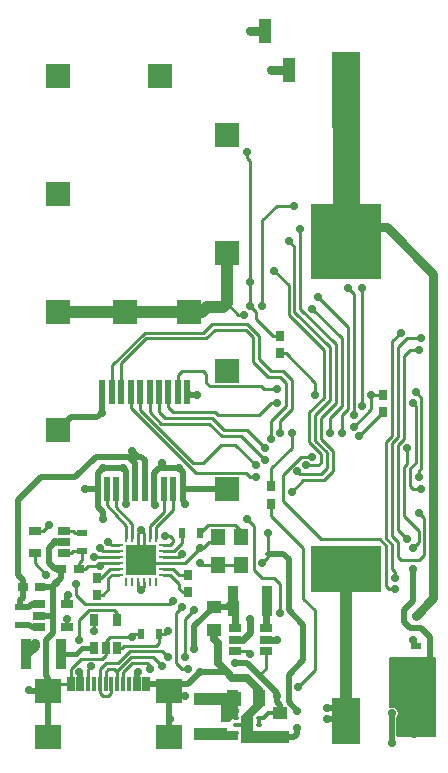
<source format=gbl>
%FSLAX46Y46*%
%MOMM*%
%ADD11C,0.250000*%
%ADD13C,0.300000*%
%ADD18C,0.400000*%
%ADD10C,0.500000*%
%ADD17C,0.550000*%
%ADD15C,0.600000*%
%ADD19C,0.700000*%
%ADD12C,0.750000*%
%ADD16C,1.000000*%
%ADD14C,2.300000*%
%AMPS44*
21,1,0.500000,2.000000,0.000000,0.000000,360.000000*
%
%ADD44PS44*%
%AMPS43*
21,1,0.500000,2.000000,0.000000,0.000000,180.000000*
%
%ADD43PS43*%
%AMPS36*
21,1,0.800000,0.750000,0.000000,0.000000,360.000000*
%
%ADD36PS36*%
%AMPS20*
21,1,0.800000,0.750000,0.000000,0.000000,270.000000*
%
%ADD20PS20*%
%AMPS39*
21,1,0.800000,0.750000,0.000000,0.000000,180.000000*
%
%ADD39PS39*%
%AMPS27*
21,1,0.800000,0.750000,0.000000,0.000000,90.000000*
%
%ADD27PS27*%
%AMPS34*
21,1,0.500000,0.900000,0.000000,0.000000,360.000000*
%
%ADD34PS34*%
%AMPS46*
21,1,0.500000,0.900000,0.000000,0.000000,270.000000*
%
%ADD46PS46*%
%AMPS45*
21,1,0.500000,0.900000,0.000000,0.000000,90.000000*
%
%ADD45PS45*%
%AMPS31*
21,1,1.016000,2.030000,0.000000,0.000000,360.000000*
%
%ADD31PS31*%
%AMPS53*
21,1,1.000000,1.250000,0.000000,0.000000,180.000000*
%
%ADD53PS53*%
%AMPS21*
21,1,1.000000,1.250000,0.000000,0.000000,90.000000*
%
%ADD21PS21*%
%AMPS29*
21,1,2.180000,2.000000,0.000000,0.000000,360.000000*
%
%ADD29PS29*%
%AMPS28*
21,1,0.600000,1.150000,0.000000,0.000000,360.000000*
%
%ADD28PS28*%
%AMPS32*
21,1,3.960000,6.000000,0.000000,0.000000,270.000000*
%
%ADD32PS32*%
%AMPS37*
21,1,3.960000,6.000000,0.000000,0.000000,90.000000*
%
%ADD37PS37*%
%AMPS30*
21,1,0.300000,1.150000,0.000000,0.000000,360.000000*
%
%ADD30PS30*%
%AMPS42*
21,1,0.700000,1.000000,0.000000,0.000000,360.000000*
%
%ADD42PS42*%
%AMPS35*
21,1,0.700000,1.000000,0.000000,0.000000,270.000000*
%
%ADD35PS35*%
%AMPS49*
21,1,0.700000,1.000000,0.000000,0.000000,90.000000*
%
%ADD49PS49*%
%AMPS55*
21,1,0.900000,2.500000,0.000000,0.000000,360.000000*
%
%ADD55PS55*%
%AMPS47*
21,1,0.900000,2.500000,0.000000,0.000000,270.000000*
%
%ADD47PS47*%
%AMPS48*
21,1,0.900000,2.500000,0.000000,0.000000,180.000000*
%
%ADD48PS48*%
%AMPS54*
21,1,1.400000,1.200000,0.000000,0.000000,270.000000*
%
%ADD54PS54*%
%AMPS33*
21,1,3.960000,2.340000,0.000000,0.000000,270.000000*
%
%ADD33PS33*%
%AMPS38*
21,1,3.960000,2.340000,0.000000,0.000000,90.000000*
%
%ADD38PS38*%
%AMPS56*
1,1,0.700000,0.000000,0.000000*
%
%ADD56PS56*%
%AMPS26*
21,1,2.600000,2.600000,0.000000,0.000000,180.000000*
%
%ADD26PS26*%
%AMPS23*
1,1,0.100000,-0.075000,-0.250000*
1,1,0.100000,0.075000,0.250000*
1,1,0.100000,-0.075000,0.250000*
21,1,0.250000,0.500000,0.000000,0.000000,360.000000*
21,1,0.150000,0.600000,0.000000,0.000000,360.000000*
1,1,0.100000,0.075000,-0.250000*
%
%ADD23PS23*%
%AMPS22*
1,1,0.100000,-0.250000,0.075000*
1,1,0.100000,0.250000,-0.075000*
1,1,0.100000,0.250000,0.075000*
21,1,0.250000,0.500000,0.000000,0.000000,270.000000*
21,1,0.150000,0.600000,0.000000,0.000000,270.000000*
1,1,0.100000,-0.250000,-0.075000*
%
%ADD22PS22*%
%AMPS25*
1,1,0.100000,0.075000,0.250000*
1,1,0.100000,-0.075000,-0.250000*
1,1,0.100000,0.075000,-0.250000*
21,1,0.250000,0.500000,0.000000,0.000000,180.000000*
21,1,0.150000,0.600000,0.000000,0.000000,180.000000*
1,1,0.100000,-0.075000,0.250000*
%
%ADD25PS25*%
%AMPS24*
1,1,0.100000,0.250000,-0.075000*
1,1,0.100000,-0.250000,0.075000*
1,1,0.100000,-0.250000,-0.075000*
21,1,0.250000,0.500000,0.000000,0.000000,90.000000*
21,1,0.150000,0.600000,0.000000,0.000000,90.000000*
1,1,0.100000,0.250000,0.075000*
%
%ADD24PS24*%
%AMPS51*
1,1,0.100000,0.450000,0.750000*
1,1,0.100000,-0.450000,-0.750000*
1,1,0.100000,0.450000,-0.750000*
21,1,1.000000,1.500000,0.000000,0.000000,180.000000*
21,1,0.900000,1.600000,0.000000,0.000000,180.000000*
1,1,0.100000,-0.450000,0.750000*
%
%ADD51PS51*%
%AMPS50*
1,1,0.100000,0.175000,0.100000*
1,1,0.100000,-0.175000,-0.100000*
1,1,0.100000,0.175000,-0.100000*
21,1,0.450000,0.200000,0.000000,0.000000,180.000000*
21,1,0.350000,0.300000,0.000000,0.000000,180.000000*
1,1,0.100000,-0.175000,0.100000*
%
%ADD50PS50*%
%AMPS40*
1,1,0.100000,-0.500000,0.250000*
1,1,0.100000,0.500000,-0.250000*
1,1,0.100000,0.500000,0.250000*
21,1,0.600000,1.000000,0.000000,0.000000,270.000000*
21,1,0.500000,1.100000,0.000000,0.000000,270.000000*
1,1,0.100000,-0.500000,-0.250000*
%
%ADD40PS40*%
%AMPS41*
1,1,0.100000,0.500000,-0.250000*
1,1,0.100000,-0.500000,0.250000*
1,1,0.100000,-0.500000,-0.250000*
21,1,0.600000,1.000000,0.000000,0.000000,90.000000*
21,1,0.500000,1.100000,0.000000,0.000000,90.000000*
1,1,0.100000,0.500000,0.250000*
%
%ADD41PS41*%
%AMPS52*
21,1,2.000000,2.000000,0.000000,0.000000,90.000000*
%
%ADD52PS52*%
G01*
%LPD*%
G36*
X5250000Y-1500000D02*
X5250000Y-500000D01*
X2250000Y-500000D01*
X2250000Y749999D01*
X3250000Y1750001D01*
X3250000Y3000000D01*
X2250000Y3000000D01*
X2250000Y1750001D01*
X1250000Y749999D01*
X1250000Y-1500000D01*
X5250000Y-1500000D01*
D02*
G37*
%LPD*%
G36*
X249999Y250000D02*
X500001Y500000D01*
X1000000Y500000D01*
X1000000Y3000000D01*
X0Y3000000D01*
X0Y2750000D01*
X-2750000Y2750000D01*
X-2750000Y1750000D01*
X-500000Y1750000D01*
X-500000Y250000D01*
X249999Y250000D01*
D02*
G37*
%LPD*%
G36*
X17650000Y-1000000D02*
X17689004Y-992080D01*
X17721829Y-969575D01*
X17743277Y-936048D01*
X17750000Y-900000D01*
X17750000Y5650000D01*
X17742080Y5689004D01*
X17719575Y5721829D01*
X17686048Y5743277D01*
X17650000Y5750000D01*
X13850000Y5750000D01*
X13810996Y5742080D01*
X13778171Y5719575D01*
X13756723Y5686048D01*
X13750000Y5650000D01*
X13750000Y1565066D01*
X13757920Y1526062D01*
X13780425Y1493237D01*
X13813952Y1471789D01*
X13853188Y1465117D01*
X13874295Y1468062D01*
X13896545Y1473635D01*
X13914322Y1477170D01*
X13943467Y1481493D01*
X13961528Y1483273D01*
X13990911Y1484717D01*
X14009089Y1484717D01*
X14038472Y1483273D01*
X14056533Y1481493D01*
X14085678Y1477170D01*
X14103450Y1473636D01*
X14132021Y1466480D01*
X14149397Y1461209D01*
X14177114Y1451291D01*
X14193875Y1444348D01*
X14220485Y1431763D01*
X14236498Y1423203D01*
X14261741Y1408073D01*
X14276846Y1397981D01*
X14300483Y1380450D01*
X14314514Y1368934D01*
X14336321Y1349170D01*
X14349170Y1336321D01*
X14368934Y1314514D01*
X14380450Y1300483D01*
X14397981Y1276846D01*
X14408073Y1261741D01*
X14423203Y1236498D01*
X14431763Y1220485D01*
X14444348Y1193875D01*
X14451291Y1177114D01*
X14461209Y1149397D01*
X14466480Y1132021D01*
X14473635Y1103453D01*
X14477170Y1085677D01*
X14481494Y1056530D01*
X14483273Y1038474D01*
X14484717Y1009088D01*
X14484717Y990912D01*
X14483273Y961526D01*
X14481494Y943470D01*
X14477170Y914323D01*
X14473635Y896547D01*
X14466480Y867979D01*
X14461209Y850603D01*
X14451291Y822886D01*
X14444348Y806125D01*
X14431763Y779515D01*
X14423203Y763502D01*
X14408064Y738244D01*
X14401853Y728948D01*
X14385000Y673392D01*
X14385000Y-900000D01*
X14392920Y-939004D01*
X14415425Y-971829D01*
X14448952Y-993277D01*
X14485000Y-1000000D01*
X17650000Y-1000000D01*
D02*
G37*
%LPD*%
G36*
X1000000Y-1250000D02*
X1000000Y-500000D01*
X0Y-500000D01*
X0Y-250000D01*
X-2750000Y-250000D01*
X-2750000Y-1250000D01*
X1000000Y-1250000D01*
D02*
G37*
%LPD*%
G36*
X14900000Y3000000D02*
X14939004Y3007920D01*
X14971829Y3030425D01*
X14993277Y3063952D01*
X15000000Y3100000D01*
X15000000Y3739949D01*
X15001757Y3748603D01*
X15009246Y3750000D01*
X17489949Y3750000D01*
X17498603Y3748243D01*
X17500000Y3740754D01*
X17500000Y3100000D01*
X17507920Y3060996D01*
X17530425Y3028171D01*
X17563952Y3006723D01*
X17600000Y3000000D01*
X17650000Y3000000D01*
X17689004Y3007920D01*
X17721829Y3030425D01*
X17743277Y3063952D01*
X17750000Y3100000D01*
X17750000Y5400000D01*
X17742080Y5439004D01*
X17719575Y5471829D01*
X17686048Y5493277D01*
X17650000Y5500000D01*
X17600000Y5500000D01*
X17560996Y5492080D01*
X17528171Y5469575D01*
X17506723Y5436048D01*
X17500000Y5400000D01*
X17500000Y4760051D01*
X17498243Y4751397D01*
X17490754Y4750000D01*
X15010051Y4750000D01*
X15001397Y4751757D01*
X15000000Y4759246D01*
X15000000Y5400000D01*
X14992080Y5439004D01*
X14969575Y5471829D01*
X14936048Y5493277D01*
X14900000Y5500000D01*
X13850000Y5500000D01*
X13810996Y5492080D01*
X13778171Y5469575D01*
X13756723Y5436048D01*
X13750000Y5400000D01*
X13750000Y3100000D01*
X13757920Y3060996D01*
X13780425Y3028171D01*
X13813952Y3006723D01*
X13850000Y3000000D01*
X14900000Y3000000D01*
D02*
G37*
G01*
%LPD*%
D10*
X-17699985Y19050015D02*
X-15750000Y21000000D01*
D10*
X-10920000Y20000000D02*
X-10920000Y21330000D01*
D11*
X-6840000Y32750000D02*
X-8920000Y30670000D01*
D10*
X-4000000Y21750000D02*
X-5750000Y21750000D01*
D11*
X-1250000Y26000000D02*
X-5181875Y26000000D01*
D11*
X-6948124Y33250000D02*
X-2000000Y33250000D01*
D11*
X1608125Y33500000D02*
X-1000000Y33500000D01*
D11*
X14250000Y12994974D02*
X14250000Y12500000D01*
D10*
X4499988Y1755038D02*
X4499988Y1750000D01*
D11*
X14500000Y15500000D02*
X14000000Y16000000D01*
D11*
X3500000Y16250000D02*
X3500000Y14500000D01*
D11*
X2750000Y26250000D02*
X-750000Y26250000D01*
D11*
X-5720000Y26538125D02*
X-5720000Y28200000D01*
D11*
X4500000Y33000000D02*
X3932499Y33000000D01*
D11*
X4000000Y12500000D02*
X3000000Y12500000D01*
D10*
X-14250000Y25000000D02*
X-13179290Y26070710D01*
D10*
X-12792600Y21000000D02*
X-11042600Y22750000D01*
D10*
X-7600000Y4400000D02*
X-7500000Y4500000D01*
D11*
X-3750000Y30000000D02*
X-4120000Y29630000D01*
D12*
X10075000Y42205000D02*
X13545000Y42205000D01*
D11*
X6500000Y15000000D02*
X3750000Y17750000D01*
D11*
X8500000Y23108125D02*
X7500000Y24108125D01*
D11*
X-4500000Y13250000D02*
X-4000000Y12750000D01*
D11*
X-9750000Y2750000D02*
X-9750000Y3505000D01*
D10*
X15500000Y8250000D02*
X16500000Y8250000D01*
D11*
X3932499Y33000000D02*
X2500000Y34432499D01*
D11*
X8250000Y20750000D02*
X9000000Y21500000D01*
D13*
X3149980Y649980D02*
X3499924Y999924D01*
D11*
X-5500000Y6250000D02*
X-5000000Y5750000D01*
D11*
X-2000000Y15000000D02*
X-2250000Y15000000D01*
D11*
X4500000Y29500000D02*
X3500000Y29500000D01*
D11*
X15000000Y31250000D02*
X15500000Y31750000D01*
D11*
X13755026Y11500000D02*
X14250000Y11500000D01*
D11*
X-4450000Y14750000D02*
X-3750000Y15450000D01*
D10*
X15750000Y10500000D02*
X15000000Y9750000D01*
D11*
X-9150000Y12750000D02*
X-9741494Y12750000D01*
D10*
X-7500000Y22750000D02*
X-8000000Y23250000D01*
D11*
X7000000Y26500000D02*
X8250000Y27750000D01*
D11*
X8750000Y26000000D02*
X9750000Y27000000D01*
D10*
X-7250000Y22750000D02*
X-8250000Y22750000D01*
D13*
X2724980Y-20D02*
X2724980Y649980D01*
D10*
X-5505026Y21750000D02*
X-5500000Y21755026D01*
D11*
X-3250000Y4750000D02*
X-3744974Y4750000D01*
D10*
X5250000Y9734936D02*
X6500000Y8484936D01*
D11*
X12750000Y26000000D02*
X13250000Y26500000D01*
D11*
X3750000Y25750000D02*
X5000000Y27000000D01*
D11*
X12250000Y26750000D02*
X10750000Y25250000D01*
D11*
X15500000Y20250000D02*
X15750000Y20000000D01*
D10*
X8500000Y500000D02*
X9940000Y500000D01*
D11*
X6750000Y22000000D02*
X7750000Y22000000D01*
D14*
X10075000Y55055000D02*
X10075000Y42205000D01*
D11*
X-12750000Y12000000D02*
X-12750000Y11000000D01*
D10*
X5250000Y1983040D02*
X6000000Y1233040D01*
D10*
X-12400000Y4400000D02*
X-12500000Y4500000D01*
D11*
X-5320000Y18073640D02*
X-5320000Y20000000D01*
D11*
X-9216249Y5250000D02*
X-8216249Y6250000D01*
D11*
X-11750000Y13500000D02*
X-12000000Y13250000D01*
D11*
X-2000000Y33250000D02*
X-1250000Y34000000D01*
D11*
X-8000000Y7500000D02*
X-9900000Y7500000D01*
D10*
X-14703004Y11780856D02*
X-14753004Y11730856D01*
D11*
X-250000Y25000000D02*
X1750000Y25000000D01*
D10*
X-3250000Y3500000D02*
X-4320000Y3500000D01*
D11*
X-9150000Y14750000D02*
X-10500000Y14750000D01*
D11*
X-1544990Y16955010D02*
X-2250000Y16250000D01*
D11*
X2750000Y31000000D02*
X3750000Y30000000D01*
D11*
X1700000Y6300000D02*
X2000000Y6000000D01*
D15*
X700000Y8200000D02*
X700000Y10400000D01*
D10*
X-8520000Y20000000D02*
X-8520000Y18770000D01*
D10*
X-8750000Y21750000D02*
X-8520000Y21520000D01*
D11*
X1250000Y24500000D02*
X-419376Y24500000D01*
D11*
X9750000Y27000000D02*
X9750000Y32750000D01*
D11*
X5250000Y34750000D02*
X5250000Y37250000D01*
D11*
X16000000Y28250000D02*
X16500000Y27750000D01*
D11*
X-13200000Y14550000D02*
X-13000000Y14750000D01*
D11*
X-1150000Y15500000D02*
X-1500000Y15500000D01*
D10*
X-4890000Y-1000000D02*
X-4890000Y360000D01*
D11*
X-9150000Y15250000D02*
X-9741494Y15241494D01*
D11*
X16250000Y21494974D02*
X16250000Y21000000D01*
D11*
X-16200000Y16450000D02*
X-15550000Y16450000D01*
D10*
X-17264106Y12314121D02*
X-17699985Y12750000D01*
D10*
X-17453006Y10030856D02*
X-16714106Y10030856D01*
D10*
X-6920000Y22420000D02*
X-6920000Y20000000D01*
D11*
X-12250000Y16250000D02*
X-12800000Y16250000D01*
D11*
X-7000000Y12100000D02*
X-7000000Y11716494D01*
D12*
X13545000Y42205000D02*
X17500000Y38250000D01*
D11*
X8750000Y27500000D02*
X8750000Y32000000D01*
D16*
X10075000Y13215000D02*
X10075000Y365000D01*
D11*
X3750000Y21750000D02*
X5500000Y23500000D01*
D11*
X-7500000Y15900000D02*
X-7500000Y16250000D01*
D11*
X2750000Y32966249D02*
X2750000Y31000000D01*
D11*
X-7000000Y16250000D02*
X-7250000Y16500000D01*
D16*
X-2070000Y35000000D02*
X-1620015Y35449985D01*
D11*
X-1750000Y32750000D02*
X-6840000Y32750000D01*
D11*
X-9250000Y3505000D02*
X-9250000Y4500000D01*
D11*
X3750000Y17750000D02*
X3750000Y18750000D01*
D11*
X14000000Y13244974D02*
X14250000Y12994974D01*
D11*
X-11250000Y8900000D02*
X-11200000Y8950000D01*
D10*
X-8520000Y21520000D02*
X-8520000Y20000000D01*
D11*
X-7250000Y7750000D02*
X-7750000Y7750000D01*
D11*
X3000000Y35500000D02*
X3000000Y42750000D01*
D17*
X-1069458Y10049944D02*
X49944Y10049944D01*
D11*
X4500000Y25750000D02*
X4500000Y24750000D01*
D11*
X-9849619Y13250000D02*
X-9150000Y13250000D01*
D11*
X14000000Y32500000D02*
X14750000Y33250000D01*
D11*
X16000000Y27000000D02*
X16000000Y22250000D01*
D11*
X4250000Y27250000D02*
X3750000Y27250000D01*
D10*
X-17264106Y10764106D02*
X-17453006Y10575206D01*
D11*
X-10120000Y20000000D02*
X-10120000Y18620000D01*
D11*
X-4920000Y26920000D02*
X-4920000Y28200000D01*
D11*
X-4000000Y14250000D02*
X-3750000Y14500000D01*
D11*
X4750000Y19000000D02*
X8000000Y15750000D01*
D11*
X-4000000Y12000000D02*
X-4750000Y12750000D01*
D10*
X-4890000Y2930000D02*
X-4890000Y640000D01*
D11*
X-4750000Y15250000D02*
X-4500000Y15500000D01*
D10*
X15000000Y9750000D02*
X15000000Y8750000D01*
D10*
X-10500000Y21750000D02*
X-8750000Y21750000D01*
D10*
X-13503006Y10980854D02*
X-13453004Y11030856D01*
D11*
X-7500000Y11716494D02*
X-7500000Y12100000D01*
D11*
X6500000Y20750000D02*
X8250000Y20750000D01*
D11*
X6250000Y21250000D02*
X8000000Y21250000D01*
D11*
X-6250000Y5750000D02*
X-5500000Y5000000D01*
D10*
X4250000Y2500000D02*
X4250000Y2750000D01*
D11*
X-4750000Y16000000D02*
X-4500000Y15750000D01*
D11*
X3750000Y24250000D02*
X3750000Y25750000D01*
D11*
X6250000Y35250000D02*
X6250000Y42000000D01*
D11*
X14000000Y24500000D02*
X13500000Y24000000D01*
D11*
X3300000Y4800000D02*
X2750000Y4250000D01*
D11*
X-10250000Y3505000D02*
X-10250000Y4500000D01*
D10*
X-15750000Y21000000D02*
X-12792600Y21000000D01*
D10*
X-3720000Y21470000D02*
X-4000000Y21750000D01*
D12*
X2000000Y58750000D02*
X3250000Y58750000D01*
D11*
X-1000000Y33500000D02*
X-1750000Y32750000D01*
D11*
X-9505010Y9755010D02*
X-9300000Y9550000D01*
D11*
X3000000Y13750000D02*
X3349999Y14099999D01*
D11*
X-5350000Y13750000D02*
X-7000000Y13750000D01*
D11*
X-9250000Y4500000D02*
X-9500000Y4750000D01*
D11*
X12250000Y28000000D02*
X13250000Y28000000D01*
D11*
X5250000Y37250000D02*
X4000000Y38500000D01*
D11*
X4500000Y31500000D02*
X5000000Y31500000D01*
D18*
X-12200000Y6550000D02*
X-11200000Y6550000D01*
D11*
X-9320000Y18473640D02*
X-8000000Y17028620D01*
D11*
X16250000Y14000000D02*
X14750000Y14000000D01*
D11*
X-13000000Y16450000D02*
X-13800000Y16450000D01*
D11*
X16250000Y16469402D02*
X15000000Y17719402D01*
D11*
X-9250000Y4500000D02*
X-9250000Y4608124D01*
D10*
X9210000Y1500000D02*
X10075000Y365000D01*
D11*
X-10750000Y4750000D02*
X-10250000Y5250000D01*
D10*
X4250000Y2750000D02*
X2750000Y4250000D01*
D19*
X0Y4500000D02*
X500000Y4000000D01*
D11*
X-7500000Y16250000D02*
X-7250000Y16500000D01*
D10*
X-10520000Y26480000D02*
X-10520000Y28200000D01*
D11*
X11500000Y27000000D02*
X11500000Y37000000D01*
D10*
X-14753004Y11730856D02*
X-15764106Y11730856D01*
D10*
X-12400000Y3505000D02*
X-12400000Y4400000D01*
D11*
X-16200000Y13700000D02*
X-15250000Y12750000D01*
D17*
X49944Y10049944D02*
X550000Y10550000D01*
D12*
X-16250000Y7000000D02*
X-16250000Y6700000D01*
D12*
X-16250000Y6700000D02*
X-16950000Y6000000D01*
D11*
X-3500000Y13750000D02*
X-3750000Y13750000D01*
D11*
X1200000Y16460020D02*
X705010Y16955010D01*
D10*
X-2250000Y4500000D02*
X-3250000Y3500000D01*
D11*
X16250000Y18000000D02*
X16680010Y17569990D01*
D11*
X-8850000Y6550000D02*
X-9300000Y6550000D01*
D11*
X-5181875Y26000000D02*
X-5720000Y26538125D01*
D11*
X6500000Y10719402D02*
X6500000Y15000000D01*
D15*
X700000Y10400000D02*
X550000Y10550000D01*
D11*
X6000000Y21500000D02*
X6250000Y21250000D01*
D10*
X9940000Y500000D02*
X10075000Y365000D01*
D11*
X2500000Y22000000D02*
X750000Y23750000D01*
D11*
X10750000Y26250000D02*
X10750000Y36500000D01*
D11*
X2000000Y47750000D02*
X1750000Y48000000D01*
D11*
X-2050000Y13550000D02*
X-2250000Y13750000D01*
D19*
X1748610Y4000000D02*
X2750036Y2998574D01*
D15*
X1350000Y7250000D02*
X2000000Y7900000D01*
D11*
X7000000Y24000000D02*
X7000000Y26500000D01*
D10*
X-17453006Y10575206D02*
X-17453006Y10030856D01*
D10*
X-15000000Y15000000D02*
X-15000000Y13750000D01*
D10*
X-11042600Y22750000D02*
X-8250000Y22750000D01*
D11*
X-7000000Y13750000D02*
X-7250000Y14000000D01*
D11*
X14750000Y14000000D02*
X14500000Y14250000D01*
D11*
X14000000Y32250000D02*
X14000000Y32500000D01*
D11*
X-12250000Y14000000D02*
X-12250000Y14750000D01*
D11*
X7449360Y9770042D02*
X6500000Y10719402D01*
D15*
X4250000Y7250000D02*
X3300000Y7250000D01*
D10*
X6000000Y-250000D02*
X6000000Y-750000D01*
D11*
X-3250000Y11250000D02*
X-3725000Y11250000D01*
D10*
X-15250000Y7250000D02*
X-14703004Y7796996D01*
D16*
X-1620015Y35449985D02*
X-300015Y35449985D01*
D10*
X-5500000Y21755026D02*
X-5500000Y22250000D01*
D11*
X-10500000Y11000000D02*
X-11000000Y11000000D01*
D10*
X15750000Y13250000D02*
X15750000Y10500000D01*
D11*
X-2000000Y22250000D02*
X-2858124Y22250000D01*
D11*
X15000000Y24250000D02*
X15000000Y31250000D01*
D11*
X-6750000Y5250000D02*
X-6500000Y5000000D01*
D10*
X5250000Y14038662D02*
X5250000Y9734936D01*
D11*
X14500000Y14250000D02*
X14500000Y15500000D01*
D10*
X-4890000Y640000D02*
X-4750000Y500000D01*
D11*
X4500000Y9500000D02*
X4500000Y12000000D01*
D11*
X-12500000Y7250000D02*
X-12500000Y8931350D01*
D10*
X750000Y5250000D02*
X1750000Y5250000D01*
D11*
X-9720000Y28200000D02*
X-9720000Y30478124D01*
D11*
X-4500000Y26500000D02*
X-4920000Y26920000D01*
D11*
X1500000Y34750000D02*
X1000000Y34750000D01*
D11*
X8250000Y27750000D02*
X8250000Y31750000D01*
D11*
X7500000Y26250000D02*
X8750000Y27500000D01*
D11*
X-1750000Y29750000D02*
X-2000000Y30000000D01*
D11*
X-7320000Y26711876D02*
X-7320000Y28200000D01*
D11*
X700000Y6300000D02*
X1700000Y6300000D01*
D11*
X5500000Y19750000D02*
X6500000Y20750000D01*
D10*
X4788662Y14500000D02*
X5250000Y14038662D01*
D10*
X-17264106Y11730856D02*
X-17264106Y12314121D01*
D11*
X15500000Y21750000D02*
X15500000Y20250000D01*
D11*
X-13200000Y3505000D02*
X-13200000Y4769402D01*
D11*
X-3500000Y9000000D02*
X-2750000Y9750000D01*
D11*
X14000000Y15309475D02*
X14000000Y13244974D01*
D11*
X14500000Y32000000D02*
X15250000Y32750000D01*
D19*
X-750000Y5250000D02*
X-750000Y7000000D01*
D11*
X-9150000Y14250000D02*
X-11250000Y14250000D01*
D11*
X2344999Y16905001D02*
X1750000Y17500000D01*
D10*
X4250000Y1999988D02*
X4250000Y2500000D01*
D11*
X14500000Y24391876D02*
X14500000Y32000000D01*
D11*
X6280598Y22750000D02*
X4750000Y21219402D01*
D11*
X-4000000Y11525000D02*
X-4000000Y12000000D01*
D11*
X13500000Y24000000D02*
X13500000Y15809475D01*
D11*
X-7500000Y15900000D02*
X-7500000Y15000000D01*
D10*
X-3120000Y28000000D02*
X-3320000Y28200000D01*
D11*
X-9300000Y9550000D02*
X-9300000Y8950000D01*
D10*
X-7720000Y22220000D02*
X-7720000Y20000000D01*
D11*
X-10750000Y3505000D02*
X-10750000Y4750000D01*
D11*
X-4450000Y14750000D02*
X-5350000Y14750000D01*
D10*
X5250000Y4250000D02*
X5250000Y1983040D01*
D11*
X14000000Y16000000D02*
X14000000Y23891876D01*
D11*
X7500000Y28000000D02*
X7500000Y29000000D01*
D11*
X-13503006Y8330856D02*
X-13503006Y8996994D01*
D11*
X2000000Y37500000D02*
X2000000Y47750000D01*
D11*
X9750000Y26250000D02*
X10250000Y26750000D01*
D11*
X-7000000Y15000000D02*
X-7250000Y14750000D01*
D11*
X-700000Y13550000D02*
X1200000Y13550000D01*
D11*
X-12750000Y11000000D02*
X-12000000Y10250000D01*
D11*
X-6500000Y15900000D02*
X-6500000Y16893640D01*
D11*
X7449360Y4669360D02*
X7449360Y9770042D01*
D11*
X-5750000Y7000000D02*
X-6000000Y6750000D01*
D13*
X2724980Y649980D02*
X3149980Y649980D01*
D11*
X9750000Y32750000D02*
X7250000Y35250000D01*
D11*
X1750000Y25000000D02*
X3250000Y23500000D01*
D11*
X750000Y23750000D02*
X-500000Y23750000D01*
D11*
X-12000000Y13250000D02*
X-12500000Y13250000D01*
D11*
X10250000Y26750000D02*
X10250000Y33750000D01*
D11*
X-10250000Y5950000D02*
X-10250000Y6550000D01*
D16*
X-8570000Y35000000D02*
X-3170000Y35000000D01*
D11*
X-2000000Y30000000D02*
X-3750000Y30000000D01*
D12*
X17500000Y10750000D02*
X16000000Y9250000D01*
D11*
X-7750000Y7750000D02*
X-8000000Y7500000D01*
D10*
X-14500000Y15500000D02*
X-15000000Y15000000D01*
D11*
X-3744974Y4750000D02*
X-4250000Y5255026D01*
D11*
X-5465000Y3505000D02*
X-4890000Y2930000D01*
D11*
X-10250000Y5250000D02*
X-9216249Y5250000D01*
D11*
X3250000Y22500000D02*
X1250000Y24500000D01*
D13*
X750036Y1250036D02*
X750000Y1250000D01*
D10*
X15000000Y8750000D02*
X15500000Y8250000D01*
D11*
X15750000Y20000000D02*
X16419985Y20000000D01*
D11*
X-5350000Y14250000D02*
X-4750000Y14250000D01*
D11*
X12250000Y28000000D02*
X12250000Y26750000D01*
D11*
X-11250000Y8000000D02*
X-11250000Y8900000D01*
D11*
X-10500000Y14750000D02*
X-10750000Y15000000D01*
D11*
X7750000Y22000000D02*
X8000000Y22250000D01*
D13*
X3499924Y999924D02*
X4499988Y999924D01*
D11*
X3750000Y30000000D02*
X4750000Y30000000D01*
D10*
X5749924Y-1000076D02*
X4499988Y-1000076D01*
D11*
X-2599990Y21349990D02*
X-8120000Y26870000D01*
D11*
X2344999Y13155001D02*
X2344999Y16905001D01*
D11*
X10075000Y52555000D02*
X10075000Y55055000D01*
D11*
X14500000Y23750000D02*
X15000000Y24250000D01*
D11*
X-8920000Y30670000D02*
X-8920000Y28200000D01*
D10*
X3500000Y14500000D02*
X4788662Y14500000D01*
D11*
X8750000Y24750000D02*
X8750000Y26000000D01*
D11*
X-700000Y15950000D02*
X-1150000Y15500000D01*
D11*
X15250000Y15750000D02*
X14500000Y16500000D01*
D10*
X-7250000Y22750000D02*
X-6920000Y22420000D01*
D11*
X-10000000Y12491494D02*
X-10000000Y11500000D01*
D10*
X-14703004Y9250000D02*
X-14733860Y9280856D01*
D11*
X-419376Y24500000D02*
X-1469386Y25550010D01*
D11*
X5750000Y40500000D02*
X5250000Y41000000D01*
D11*
X-9900000Y7500000D02*
X-10250000Y7150000D01*
D11*
X1655036Y21349990D02*
X-2599990Y21349990D01*
D11*
X-4750000Y12750000D02*
X-5350000Y12750000D01*
D11*
X-1500000Y15500000D02*
X-2000000Y15000000D01*
D10*
X-16703006Y8530856D02*
X-17453006Y8530856D01*
D19*
X0Y4500000D02*
X-750000Y5250000D01*
D11*
X-14535000Y3505000D02*
X-15110000Y2930000D01*
D10*
X-6120000Y18714194D02*
X-6058300Y18652494D01*
D11*
X12750000Y26000000D02*
X11250000Y24500000D01*
D10*
X-5750000Y21750000D02*
X-5505026Y21750000D01*
D11*
X-10750000Y2750000D02*
X-10500000Y2500000D01*
D11*
X-4250000Y5255026D02*
X-4250000Y9500000D01*
D11*
X8250000Y31750000D02*
X5250000Y34750000D01*
D11*
X16500000Y27750000D02*
X16500000Y21744974D01*
D11*
X-6520000Y26520000D02*
X-6520000Y28200000D01*
D10*
X-10920000Y20000000D02*
X-12000000Y20000000D01*
D11*
X-5550010Y25550010D02*
X-6520000Y26520000D01*
D11*
X8000000Y24250000D02*
X8000000Y26000000D01*
D11*
X1000000Y34750000D02*
X0Y35750000D01*
D11*
X8000000Y15750000D02*
X12951350Y15750000D01*
D11*
X-13800000Y14550000D02*
X-13200000Y14550000D01*
D11*
X-4460000Y2500000D02*
X-4890000Y2930000D01*
D10*
X-10920000Y21330000D02*
X-10500000Y21750000D01*
D11*
X-7000000Y15900000D02*
X-7000000Y15000000D01*
D15*
X700000Y7250000D02*
X1350000Y7250000D01*
D11*
X12951350Y15750000D02*
X13500000Y15201350D01*
D16*
X-3170000Y35000000D02*
X-2070000Y35000000D01*
D11*
X-3525000Y2500000D02*
X-4460000Y2500000D01*
D11*
X-13200000Y4769402D02*
X-12314401Y5655001D01*
D11*
X-1250000Y34000000D02*
X1716250Y34000000D01*
D11*
X-9741494Y15241494D02*
X-10000000Y15500000D01*
D10*
X-10920000Y18491004D02*
X-10500000Y18071004D01*
D10*
X-6120000Y20000000D02*
X-6120000Y18714194D01*
D11*
X16680010Y17569990D02*
X16680010Y14430010D01*
D11*
X-6500000Y16893640D02*
X-5320000Y18073640D01*
D10*
X-3720000Y20000000D02*
X-3720000Y18970000D01*
D11*
X16250000Y15500000D02*
X16250000Y16469402D01*
D11*
X16680010Y14430010D02*
X16250000Y14000000D01*
D11*
X15750000Y15000000D02*
X16250000Y15500000D01*
D11*
X-12800000Y16250000D02*
X-13000000Y16450000D01*
D11*
X-9720000Y30478124D02*
X-6948124Y33250000D01*
D10*
X-15903006Y8330856D02*
X-16503006Y8330856D01*
D11*
X-500000Y23750000D02*
X-2000000Y22250000D01*
D11*
X-7250000Y11466494D02*
X-7500000Y11716494D01*
D10*
X14000000Y-1500000D02*
X14000000Y1000000D01*
D10*
X-13503006Y10230856D02*
X-13503006Y10980854D01*
D10*
X-15000000Y13750000D02*
X-14500000Y13250000D01*
D10*
X6000000Y-750000D02*
X5749924Y-1000076D01*
D11*
X-5250000Y7750000D02*
X-5000000Y8000000D01*
D11*
X-5350000Y13250000D02*
X-4500000Y13250000D01*
D10*
X-14733860Y9280856D02*
X-15903006Y9280856D01*
D11*
X5000000Y27000000D02*
X5000000Y29000000D01*
D18*
X-12750000Y6000000D02*
X-12200000Y6550000D01*
D11*
X-7250000Y10250000D02*
X-4750000Y10250000D01*
D11*
X-8120000Y26870000D02*
X-8120000Y28200000D01*
D11*
X-12314401Y5655001D02*
X-10544999Y5655001D01*
D11*
X2944990Y28694990D02*
X-1444990Y28694990D01*
D11*
X-8216249Y6250000D02*
X-5500000Y6250000D01*
D11*
X2000000Y35500000D02*
X2500000Y35000000D01*
D11*
X9000000Y21500000D02*
X9000000Y23250000D01*
D11*
X-1469386Y25550010D02*
X-5550010Y25550010D01*
D10*
X-4320000Y3500000D02*
X-4890000Y2930000D01*
D11*
X3500000Y14500000D02*
X3500000Y14250000D01*
D18*
X-14050000Y6000000D02*
X-12750000Y6000000D01*
D11*
X-12000000Y10250000D02*
X-9000000Y10250000D01*
D11*
X-3500000Y9000000D02*
X-3500000Y5750000D01*
D11*
X-8750000Y3505000D02*
X-8750000Y4500000D01*
D10*
X-10929290Y26070710D02*
X-10520000Y26480000D01*
D11*
X16500000Y21744974D02*
X16250000Y21494974D01*
D11*
X-4500000Y15500000D02*
X-4500000Y15750000D01*
D10*
X-15110000Y4030000D02*
X-15250000Y4170000D01*
D12*
X5250000Y55450000D02*
X3800000Y55450000D01*
D10*
X-4890000Y360000D02*
X-4750000Y500000D01*
D11*
X-4750000Y10250000D02*
X-4500000Y10500000D01*
D11*
X14500000Y16500000D02*
X14500000Y23750000D01*
D11*
X13500000Y15201350D02*
X13500000Y11755026D01*
D15*
X2000000Y7900000D02*
X2000000Y9000000D01*
D10*
X17250000Y7500000D02*
X17250000Y5250000D01*
D11*
X15750000Y27250000D02*
X16000000Y27000000D01*
D11*
X-6000000Y16785516D02*
X-4520000Y18265516D01*
D11*
X-6000000Y15900000D02*
X-6000000Y16785516D01*
D11*
X3300000Y6300000D02*
X3300000Y4800000D01*
D11*
X4750000Y21219402D02*
X4750000Y19000000D01*
D11*
X1716250Y34000000D02*
X2750000Y32966249D01*
D11*
X8000000Y26000000D02*
X9250000Y27250000D01*
D16*
X-300015Y35449985D02*
X0Y35750000D01*
D10*
X-15110000Y2930000D02*
X-15110000Y-1000000D01*
D10*
X-14000000Y13250000D02*
X-14000000Y12483860D01*
D11*
X-2858124Y22250000D02*
X-7320000Y26711876D01*
D11*
X-7000000Y11716494D02*
X-7250000Y11466494D01*
D10*
X-15110000Y2930000D02*
X-16680000Y2930000D01*
D11*
X-5750000Y7750000D02*
X-5750000Y7000000D01*
D11*
X-11750000Y4750000D02*
X-11750000Y3505000D01*
D10*
X-2250000Y4500000D02*
X0Y4500000D01*
D10*
X-6120000Y20000000D02*
X-6120000Y21380000D01*
D11*
X-4120000Y29630000D02*
X-4120000Y28200000D01*
D19*
X2750036Y2998574D02*
X2750036Y2249988D01*
D19*
X-1069458Y7319458D02*
X-750000Y7000000D01*
D11*
X7500000Y29000000D02*
X5000000Y31500000D01*
D10*
X-14000000Y12483860D02*
X-14453004Y12030856D01*
D10*
X-2500000Y28000000D02*
X-3120000Y28000000D01*
D11*
X2250000Y30750000D02*
X2250000Y32858125D01*
D10*
X-6120000Y21380000D02*
X-5750000Y21750000D01*
D10*
X6000000Y1233040D02*
X6000000Y1250000D01*
D16*
X-14250000Y35000000D02*
X-8570000Y35000000D01*
D10*
X-3720000Y20000000D02*
X-3720000Y21470000D01*
D10*
X-3720000Y20000000D02*
X0Y20000000D01*
D11*
X-10250000Y7150000D02*
X-10250000Y6550000D01*
D11*
X15250000Y32750000D02*
X16500000Y32750000D01*
D12*
X17500000Y38250000D02*
X17500000Y10750000D01*
D11*
X-750000Y26250000D02*
X-1000000Y26500000D01*
D11*
X10250000Y33750000D02*
X7750000Y36250000D01*
D11*
X-10250000Y4500000D02*
X-10000000Y4750000D01*
D11*
X-10599619Y12500000D02*
X-9849619Y13250000D01*
D11*
X-1000000Y26500000D02*
X-4500000Y26500000D01*
D11*
X-9250000Y4608124D02*
X-8108125Y5750000D01*
D11*
X-10544999Y5655001D02*
X-10250000Y5950000D01*
D10*
X4499988Y1750000D02*
X4499988Y999924D01*
D10*
X-14500000Y15500000D02*
X-13800000Y15500000D01*
D11*
X8750000Y32000000D02*
X5750000Y35000000D01*
D10*
X-14703004Y9250000D02*
X-14703004Y11780856D01*
D11*
X-8000000Y5250000D02*
X-6750000Y5250000D01*
D11*
X-11750000Y13500000D02*
X-10750000Y13500000D01*
D11*
X-4250000Y9500000D02*
X-3750000Y10000000D01*
D11*
X-250000Y25000000D02*
X-1250000Y26000000D01*
D11*
X-5350000Y15250000D02*
X-4750000Y15250000D01*
D10*
X-14703004Y7796996D02*
X-14703004Y9250000D01*
D11*
X-1444990Y28694990D02*
X-1750000Y29000000D01*
D11*
X-5750000Y7750000D02*
X-5250000Y7750000D01*
D11*
X4500000Y12000000D02*
X4000000Y12500000D01*
D11*
X-9741494Y12750000D02*
X-10000000Y12491494D01*
D11*
X6030000Y3250000D02*
X7449360Y4669360D01*
D11*
X-6500000Y5000000D02*
X-6500000Y4750000D01*
D11*
X-12500000Y13250000D02*
X-12500000Y13750000D01*
D11*
X7500000Y24108125D02*
X7500000Y26250000D01*
D11*
X13500000Y11755026D02*
X13755026Y11500000D01*
D10*
X4499988Y1750000D02*
X4250000Y1999988D01*
D11*
X4750000Y30000000D02*
X5500000Y29250000D01*
D16*
X0Y35750000D02*
X0Y40000000D01*
D10*
X16500000Y8250000D02*
X17250000Y7500000D01*
D11*
X3000000Y42750000D02*
X4250000Y44000000D01*
D11*
X-10500000Y13750000D02*
X-10750000Y13500000D01*
D11*
X-4000000Y12750000D02*
X-3250000Y12750000D01*
D11*
X9250000Y27250000D02*
X9250000Y32250000D01*
D11*
X1655036Y21349990D02*
X2005026Y21000000D01*
D11*
X-11750000Y4750000D02*
X-11500000Y5000000D01*
D11*
X-8750000Y4500000D02*
X-8000000Y5250000D01*
D10*
X6500000Y8484936D02*
X6500000Y5500000D01*
D13*
X774980Y-20D02*
X1749980Y-20D01*
D10*
X-16714106Y10030856D02*
X-16514106Y10230856D01*
D11*
X-1750000Y29000000D02*
X-1750000Y29750000D01*
D11*
X-13000000Y14750000D02*
X-12250000Y14750000D01*
D11*
X10750000Y36500000D02*
X10250000Y37000000D01*
D11*
X8000000Y21250000D02*
X8500000Y21750000D01*
D10*
X-3720000Y18970000D02*
X-3500000Y18750000D01*
D11*
X-5250000Y16000000D02*
X-4750000Y16000000D01*
D11*
X15000000Y17719402D02*
X15000000Y21891876D01*
D10*
X-15110000Y2930000D02*
X-15110000Y4030000D01*
D11*
X3500000Y14250000D02*
X3349999Y14099999D01*
D17*
X-2750000Y8369402D02*
X-1069458Y10049944D01*
D11*
X-8650000Y6750000D02*
X-8850000Y6550000D01*
D10*
X8500000Y1500000D02*
X9210000Y1500000D01*
D11*
X3500000Y29500000D02*
X2250000Y30750000D01*
D11*
X3750000Y20250000D02*
X3750000Y21750000D01*
D11*
X-10500000Y2500000D02*
X-10000000Y2500000D01*
D11*
X8500000Y21750000D02*
X8500000Y23108125D01*
D10*
X-16680000Y2930000D02*
X-16750000Y3000000D01*
D11*
X-10750000Y3505000D02*
X-10750000Y2750000D01*
D10*
X-8250000Y22750000D02*
X-7720000Y22220000D01*
D10*
X-6800000Y3505000D02*
X-5465000Y3505000D01*
D11*
X-13503006Y8996994D02*
X-13500000Y9000000D01*
D11*
X5750000Y35000000D02*
X5750000Y40500000D01*
D11*
X15500000Y31750000D02*
X16250000Y31750000D01*
D11*
X-11676340Y9755010D02*
X-9505010Y9755010D01*
D11*
X-2250000Y15000000D02*
X-3500000Y13750000D01*
D11*
X15000000Y21891876D02*
X15250000Y22141876D01*
D11*
X2250000Y32858125D02*
X1608125Y33500000D01*
D10*
X-14500000Y13250000D02*
X-14000000Y13250000D01*
D11*
X-15550000Y16450000D02*
X-15000000Y17000000D01*
D10*
X-15250000Y4170000D02*
X-15250000Y7250000D01*
D10*
X-10500000Y18071004D02*
X-10500000Y17994974D01*
D11*
X-12500000Y8931350D02*
X-11676340Y9755010D01*
D11*
X-10000000Y4750000D02*
X-9500000Y4750000D01*
D15*
X3300000Y8200000D02*
X3300000Y10400000D01*
D11*
X3750000Y27250000D02*
X2750000Y26250000D01*
D10*
X-10920000Y20000000D02*
X-10920000Y18491004D01*
D11*
X-4750000Y14250000D02*
X-4000000Y14250000D01*
D16*
X10075000Y42205000D02*
X10075000Y39705000D01*
D11*
X2005026Y21000000D02*
X2500000Y21000000D01*
D11*
X5500000Y23500000D02*
X5500000Y24750000D01*
D11*
X9250000Y32250000D02*
X6250000Y35250000D01*
D10*
X-7600000Y3505000D02*
X-7600000Y4400000D01*
D11*
X9750000Y24750000D02*
X9750000Y26250000D01*
D11*
X-16200000Y14550000D02*
X-16200000Y13700000D01*
D11*
X2500000Y34432499D02*
X2500000Y35000000D01*
D11*
X-7250000Y14750000D02*
X-7250000Y14000000D01*
D17*
X-2750000Y8369402D02*
X-2750000Y6500000D01*
D11*
X-4520000Y18265516D02*
X-4520000Y20000000D01*
D11*
X-6000000Y6750000D02*
X-8650000Y6750000D01*
D10*
X-13179290Y26070710D02*
X-10929290Y26070710D01*
D11*
X3000000Y12500000D02*
X2344999Y13155001D01*
D11*
X-7000000Y15900000D02*
X-7000000Y16250000D01*
D11*
X7250000Y22750000D02*
X6280598Y22750000D01*
D11*
X-13200000Y3505000D02*
X-14535000Y3505000D01*
D10*
X-17264106Y11730856D02*
X-17264106Y10764106D01*
D11*
X1750000Y48000000D02*
X1750000Y48500000D01*
D11*
X5500000Y26750000D02*
X4500000Y25750000D01*
D11*
X-9150000Y13750000D02*
X-10500000Y13750000D01*
D11*
X16000000Y6750000D02*
X16000000Y7000000D01*
D11*
X2000000Y35500000D02*
X2000000Y37500000D01*
D11*
X705010Y16955010D02*
X-1544990Y16955010D01*
D10*
X-10500000Y17994974D02*
X-10500000Y17500000D01*
D11*
X-11000000Y12500000D02*
X-10599619Y12500000D01*
D11*
X5000000Y29000000D02*
X4500000Y29500000D01*
D11*
X-10000000Y11500000D02*
X-10500000Y11000000D01*
D11*
X8000000Y23000000D02*
X7000000Y24000000D01*
D11*
X-3725000Y11250000D02*
X-4000000Y11525000D01*
D19*
X500000Y4000000D02*
X1748610Y4000000D01*
D11*
X14000000Y32250000D02*
X14000000Y24500000D01*
D11*
X9000000Y23250000D02*
X8000000Y24250000D01*
D11*
X-8500000Y16874980D02*
X-8500000Y15900000D01*
D11*
X-8000000Y17028620D02*
X-8000000Y15900000D01*
D11*
X500000Y29500000D02*
X0Y30000000D01*
D11*
X-7500000Y15000000D02*
X-7250000Y14750000D01*
D11*
X-9320000Y20000000D02*
X-9320000Y18473640D01*
D15*
X3300000Y10400000D02*
X3450000Y10550000D01*
D11*
X16000000Y22250000D02*
X15500000Y21750000D01*
D11*
X-9000000Y10250000D02*
X-7250000Y10250000D01*
D10*
X-14703004Y11780856D02*
X-14453004Y12030856D01*
D11*
X13500000Y15809475D02*
X14000000Y15309475D01*
D11*
X-3750000Y13750000D02*
X-5350000Y13750000D01*
D19*
X-1069458Y8049944D02*
X-1069458Y7319458D01*
D11*
X-700000Y13550000D02*
X-2050000Y13550000D01*
D11*
X3139980Y28500000D02*
X2944990Y28694990D01*
D10*
X-17699985Y12750000D02*
X-17699985Y19050015D01*
D11*
X-10000000Y2500000D02*
X-9750000Y2750000D01*
D11*
X1200000Y15950000D02*
X1200000Y16460020D01*
D10*
X-7250000Y22750000D02*
X-7500000Y22750000D01*
D10*
X-8520000Y18770000D02*
X-8500000Y18750000D01*
D11*
X4250000Y28500000D02*
X3139980Y28500000D01*
D11*
X-10120000Y18620000D02*
X-8500000Y16874980D01*
D11*
X-8108125Y5750000D02*
X-6250000Y5750000D01*
D11*
X-3750000Y16250000D02*
X-3750000Y15450000D01*
D10*
X-16514106Y10230856D02*
X-15903006Y10230856D01*
D11*
X16000000Y7000000D02*
X15750000Y7250000D01*
D11*
X8000000Y22250000D02*
X8000000Y23000000D01*
D10*
X6500000Y5500000D02*
X5250000Y4250000D01*
D11*
X15250000Y22141876D02*
X15250000Y23500000D01*
D11*
X14000000Y23891876D02*
X14500000Y24391876D01*
D10*
X1750000Y5250000D02*
X2750000Y4250000D01*
D10*
X-16503006Y8330856D02*
X-16703006Y8530856D01*
D11*
X-12500000Y13750000D02*
X-12250000Y14000000D01*
D11*
X5500000Y29250000D02*
X5500000Y26750000D01*
D11*
X4250000Y44000000D02*
X5750000Y44000000D01*
G75*
D20*
X-11000000Y12500000D03*
D20*
X-11000000Y11000000D03*
D21*
X-1069458Y10049944D03*
D21*
X-1069458Y8049944D03*
D22*
X-9150000Y15250000D03*
D23*
X-6500000Y12100000D03*
D23*
X-6000000Y12100000D03*
D24*
X-5350000Y14250000D03*
D24*
X-5350000Y15250000D03*
D24*
X-5350000Y12750000D03*
D22*
X-9150000Y12750000D03*
D22*
X-9150000Y13750000D03*
D22*
X-9150000Y14750000D03*
D25*
X-6500000Y15900000D03*
D25*
X-7500000Y15900000D03*
D26*
X-7250000Y14000000D03*
D24*
X-5350000Y14750000D03*
D25*
X-7000000Y15900000D03*
D22*
X-9150000Y14250000D03*
D24*
X-5350000Y13250000D03*
D23*
X-7000000Y12100000D03*
D24*
X-5350000Y13750000D03*
D25*
X-6000000Y15900000D03*
D25*
X-8500000Y15900000D03*
D25*
X-8000000Y15900000D03*
D23*
X-7500000Y12100000D03*
D22*
X-9150000Y13250000D03*
D23*
X-8500000Y12100000D03*
D23*
X-8000000Y12100000D03*
D27*
X4500000Y31500000D03*
D27*
X4500000Y33000000D03*
D28*
X-13200000Y3505000D03*
D29*
X-4890000Y2930000D03*
D30*
X-8750000Y3505000D03*
D29*
X-15110000Y-1000000D03*
D30*
X-11250000Y3505000D03*
D29*
X-15110000Y2930000D03*
D30*
X-9750000Y3505000D03*
D30*
X-8250000Y3505000D03*
D30*
X-11750000Y3505000D03*
D28*
X-7600000Y3505000D03*
D29*
X-4890000Y-1000000D03*
D30*
X-10250000Y3505000D03*
D28*
X-12400000Y3505000D03*
D28*
X-6800000Y3505000D03*
D30*
X-9250000Y3505000D03*
D30*
X-10750000Y3505000D03*
D31*
X5250000Y55450000D03*
D31*
X3250000Y58750000D03*
D32*
X10075000Y39705000D03*
D33*
X10075000Y52555000D03*
D27*
X13250000Y26500000D03*
D27*
X13250000Y28000000D03*
D34*
X-5750000Y7750000D03*
D34*
X-7250000Y7750000D03*
D35*
X-15903006Y9280856D03*
D35*
X-13503006Y10230856D03*
D35*
X-15903006Y8330856D03*
D35*
X-13503006Y8330856D03*
D35*
X-15903006Y10230856D03*
D36*
X-14000000Y13250000D03*
D36*
X-12500000Y13250000D03*
D37*
X10075000Y13215000D03*
D38*
X10075000Y365000D03*
D39*
X-15764106Y11730856D03*
D39*
X-17264106Y11730856D03*
D32*
X10075000Y42205000D03*
D33*
X10075000Y55055000D03*
D40*
X700000Y8200000D03*
D40*
X700000Y6300000D03*
D40*
X700000Y7250000D03*
D41*
X3300000Y6300000D03*
D41*
X3300000Y8200000D03*
D41*
X3300000Y7250000D03*
D42*
X-10250000Y6550000D03*
D42*
X-11200000Y8950000D03*
D42*
X-9300000Y6550000D03*
D42*
X-9300000Y8950000D03*
D42*
X-11200000Y6550000D03*
D43*
X-8120000Y28200000D03*
D43*
X-8920000Y28200000D03*
D44*
X-6120000Y20000000D03*
D44*
X-9320000Y20000000D03*
D44*
X-7720000Y20000000D03*
D43*
X-4920000Y28200000D03*
D43*
X-4120000Y28200000D03*
D43*
X-10520000Y28200000D03*
D44*
X-4520000Y20000000D03*
D43*
X-5720000Y28200000D03*
D43*
X-7320000Y28200000D03*
D44*
X-6920000Y20000000D03*
D44*
X-8520000Y20000000D03*
D44*
X-10120000Y20000000D03*
D44*
X-5320000Y20000000D03*
D43*
X-3320000Y28200000D03*
D43*
X-6520000Y28200000D03*
D43*
X-9720000Y28200000D03*
D44*
X-10920000Y20000000D03*
D44*
X-3720000Y20000000D03*
D27*
X3750000Y18750000D03*
D27*
X3750000Y20250000D03*
D45*
X16000000Y6750000D03*
D45*
X16000000Y5250000D03*
D34*
X-2250000Y16250000D03*
D34*
X-3750000Y16250000D03*
D21*
X4499988Y999924D03*
D21*
X4499988Y-1000076D03*
D46*
X-12250000Y14750000D03*
D46*
X-12250000Y16250000D03*
D47*
X-1500020Y-700020D03*
D47*
X-1500020Y2199980D03*
D48*
X550000Y10550000D03*
D48*
X3450000Y10550000D03*
D49*
X-13800000Y15500000D03*
D49*
X-16200000Y14550000D03*
D49*
X-13800000Y16450000D03*
D49*
X-16200000Y16450000D03*
D49*
X-13800000Y14550000D03*
D45*
X-17453006Y10030856D03*
D45*
X-17453006Y8530856D03*
D50*
X774980Y-20D03*
D50*
X774980Y-650020D03*
D50*
X2724980Y-650020D03*
D50*
X2724980Y-20D03*
D51*
X1749980Y-20D03*
D50*
X774980Y649980D03*
D50*
X2724980Y649980D03*
D52*
X0Y40000000D03*
D52*
X0Y50000000D03*
D52*
X-14250000Y25000000D03*
D52*
X-3170000Y35000000D03*
D52*
X0Y30000000D03*
D52*
X-14250000Y35000000D03*
D52*
X-8570000Y35000000D03*
D52*
X-5670000Y55000000D03*
D52*
X0Y20000000D03*
D52*
X-14250000Y45000000D03*
D52*
X-14250000Y55000000D03*
D20*
X-3250000Y12750000D03*
D20*
X-3250000Y11250000D03*
D53*
X750036Y2249988D03*
D53*
X2750036Y2249988D03*
D54*
X1200000Y15950000D03*
D54*
X1200000Y13550000D03*
D54*
X-700000Y13550000D03*
D54*
X-700000Y15950000D03*
D55*
X-14050000Y6000000D03*
D55*
X-16950000Y6000000D03*
D56*
X-11500000Y5000000D03*
D56*
X11250000Y24500000D03*
D56*
X16000000Y9250000D03*
D56*
X10750000Y25250000D03*
D56*
X-3750000Y10000000D03*
D56*
X2500000Y22000000D03*
D56*
X16250000Y18000000D03*
D56*
X3000000Y35500000D03*
D56*
X-12000000Y20000000D03*
D56*
X-3500000Y5750000D03*
D56*
X4250000Y27250000D03*
D56*
X2000000Y37500000D03*
D56*
X14000000Y-1500000D03*
D56*
X8500000Y1500000D03*
D56*
X15900000Y-750000D03*
D56*
X15750000Y15000000D03*
D56*
X-5250000Y16000000D03*
D56*
X-3750000Y14500000D03*
D56*
X-8000000Y7500000D03*
D56*
X-12500000Y4500000D03*
D56*
X-12500000Y7250000D03*
D56*
X-4000000Y21750000D03*
D56*
X8500000Y500000D03*
D56*
X-10750000Y13500000D03*
D56*
X-15000000Y17000000D03*
D56*
X-11250000Y14250000D03*
D56*
X4000000Y38500000D03*
D56*
X-2250000Y4500000D03*
D56*
X750000Y1250000D03*
D56*
X-5000000Y5750000D03*
D56*
X14250000Y12500000D03*
D56*
X-5000000Y8000000D03*
D56*
X5500000Y19750000D03*
D56*
X-2250000Y15000000D03*
D56*
X-11250000Y8000000D03*
D56*
X2000000Y58750000D03*
D56*
X4250000Y28500000D03*
D56*
X-3250000Y4750000D03*
D56*
X-8500000Y18750000D03*
D56*
X15750000Y7250000D03*
D56*
X-10750000Y15000000D03*
D56*
X7250000Y22750000D03*
D56*
X-5500000Y5000000D03*
D56*
X3250000Y22500000D03*
D56*
X-7250000Y11466494D03*
D56*
X9750000Y24750000D03*
D56*
X4500000Y24750000D03*
D56*
X5750000Y44000000D03*
D56*
X-4500000Y10500000D03*
D56*
X6250000Y42000000D03*
D56*
X-12750000Y12000000D03*
D56*
X15750000Y13250000D03*
D56*
X1750000Y-500000D03*
D56*
X15125000Y4250000D03*
D56*
X2500000Y21000000D03*
D56*
X-14500000Y15500000D03*
D56*
X6000000Y21500000D03*
D56*
X6000000Y-250000D03*
D56*
X-7250000Y14750000D03*
D56*
X-2750000Y6500000D03*
D56*
X-16250000Y7000000D03*
D56*
X16250000Y31750000D03*
D56*
X16625000Y4250000D03*
D56*
X-16750000Y3000000D03*
D56*
X-10500000Y21750000D03*
D56*
X16000000Y28250000D03*
D56*
X15250000Y23500000D03*
D56*
X750000Y5250000D03*
D56*
X14750000Y33250000D03*
D56*
X-10500000Y17500000D03*
D56*
X5250000Y41000000D03*
D56*
X-8000000Y23250000D03*
D56*
X14250000Y11500000D03*
D56*
X-13500000Y9000000D03*
D56*
X-10520000Y26480000D03*
D56*
X-14453004Y12030856D03*
D56*
X12250000Y28000000D03*
D56*
X-7250000Y16500000D03*
D56*
X10250000Y37000000D03*
D56*
X7500000Y28000000D03*
D56*
X1750000Y48500000D03*
D56*
X14000000Y1000000D03*
D56*
X2000000Y6000000D03*
D56*
X3800000Y55450000D03*
D56*
X-10000000Y15500000D03*
D56*
X8750000Y24750000D03*
D56*
X1500000Y34750000D03*
D56*
X7750000Y36250000D03*
D56*
X4250000Y7250000D03*
D56*
X-6500000Y4750000D03*
D56*
X6030000Y3250000D03*
D56*
X15250000Y15750000D03*
D56*
X3250000Y23500000D03*
D56*
X16419985Y20000000D03*
D56*
X11500000Y27000000D03*
D56*
X3000000Y13750000D03*
D56*
X2000000Y35500000D03*
D56*
X4500000Y9500000D03*
D56*
X16250000Y21000000D03*
D56*
X10750000Y26250000D03*
D56*
X-5500000Y22250000D03*
D56*
X7250000Y35250000D03*
D56*
X2000000Y9000000D03*
D56*
X3500000Y16250000D03*
D56*
X-750000Y7000000D03*
D56*
X16500000Y32750000D03*
D56*
X6000000Y1250000D03*
D56*
X15750000Y27250000D03*
D56*
X-8750000Y21750000D03*
D56*
X-15250000Y12750000D03*
D56*
X-2250000Y13750000D03*
D56*
X-7500000Y4500000D03*
D56*
X-3525000Y2500000D03*
D56*
X-6058300Y18652494D03*
D56*
X-2750000Y9750000D03*
D56*
X4250000Y2500000D03*
D56*
X49980Y649980D03*
D56*
X-13453004Y11030856D03*
D56*
X1750000Y17500000D03*
D56*
X1750000Y375000D03*
D56*
X11500000Y37000000D03*
D56*
X5500000Y24750000D03*
D56*
X-3500000Y18750000D03*
D56*
X15875000Y4250000D03*
D56*
X6750000Y22000000D03*
D56*
X-2500000Y28000000D03*
D56*
X-4750000Y500000D03*
D56*
X3750000Y24250000D03*
M02*

</source>
